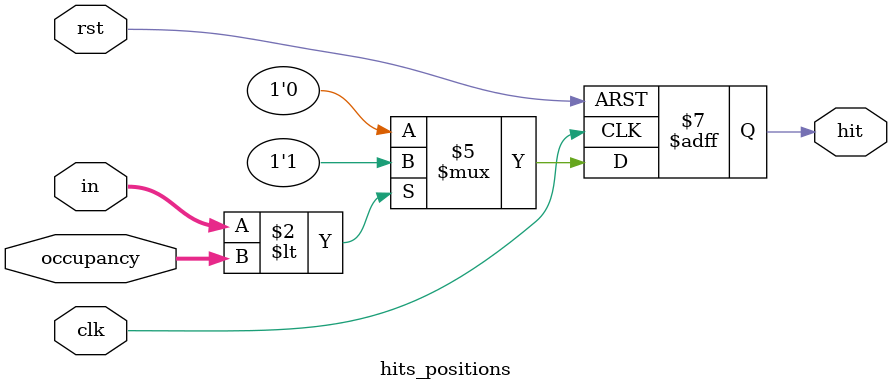
<source format=v>
module hits_positions
#(
	parameter IN_SIZE = 7
)
(
	input clk, rst,
	input [IN_SIZE-1:0] in,
	input [IN_SIZE-1:0] occupancy,	
	output reg hit = 0
);

always @(posedge clk or posedge rst)
begin
	if (rst) begin
		hit <= 1'd0;
	end else begin
		
		if (in < occupancy) begin
			hit <= 1'd1;
		end
		else begin
			hit <= 1'd0;
		end
	end
	
end

endmodule



</source>
